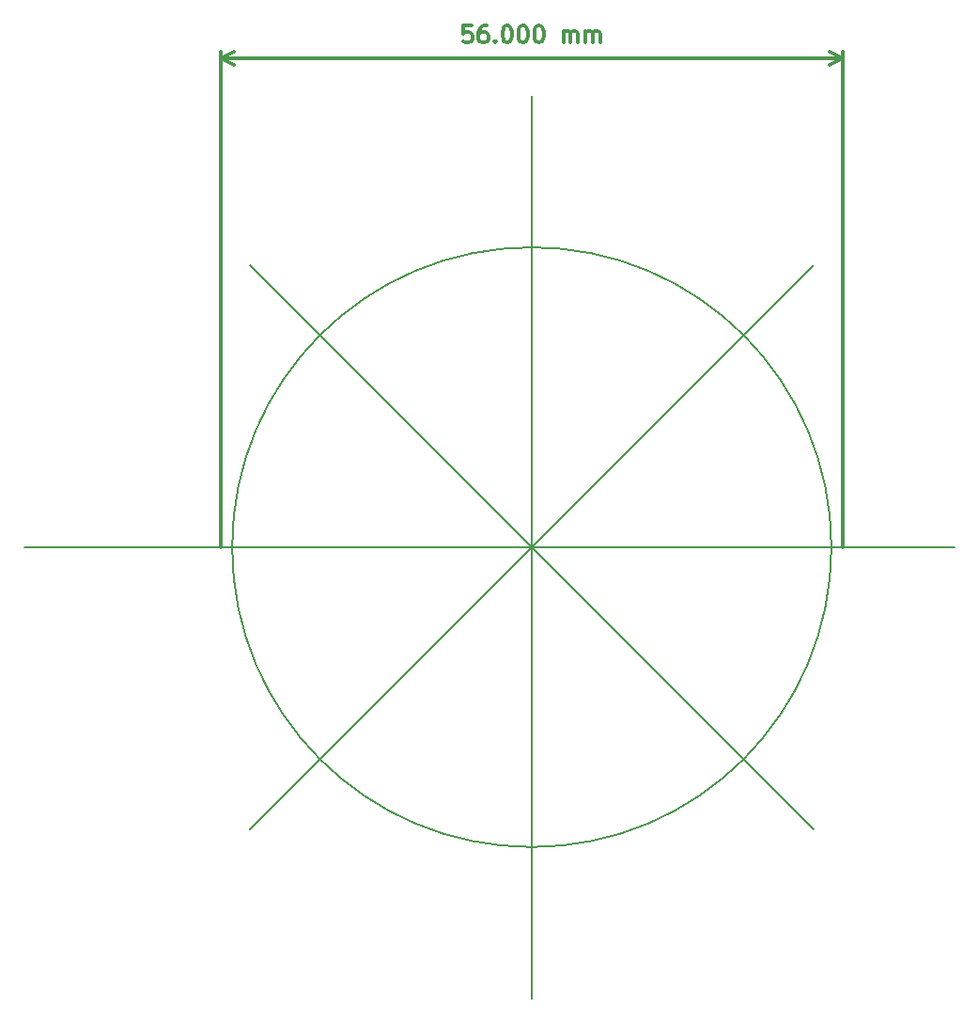
<source format=gbr>
G04 #@! TF.GenerationSoftware,KiCad,Pcbnew,5.0.2-bee76a0~70~ubuntu18.04.1*
G04 #@! TF.CreationDate,2019-07-07T19:22:12+02:00*
G04 #@! TF.ProjectId,neuromime_1.0.1,6e657572-6f6d-4696-9d65-5f312e302e31,rev?*
G04 #@! TF.SameCoordinates,Original*
G04 #@! TF.FileFunction,Drawing*
%FSLAX46Y46*%
G04 Gerber Fmt 4.6, Leading zero omitted, Abs format (unit mm)*
G04 Created by KiCad (PCBNEW 5.0.2-bee76a0~70~ubuntu18.04.1) date Sun 07 Jul 2019 07:22:12 PM CEST*
%MOMM*%
%LPD*%
G01*
G04 APERTURE LIST*
%ADD10C,0.200000*%
%ADD11C,0.300000*%
G04 APERTURE END LIST*
D10*
X150000000Y-9360000D02*
X150000000Y-90640000D01*
X104280000Y-50000000D02*
X188100000Y-50000000D01*
X177000000Y-50000000D02*
G75*
G03X177000000Y-50000000I-27000000J0D01*
G01*
D11*
X144571428Y-3061602D02*
X143857142Y-3061602D01*
X143785714Y-3775888D01*
X143857142Y-3704459D01*
X144000000Y-3633031D01*
X144357142Y-3633031D01*
X144500000Y-3704459D01*
X144571428Y-3775888D01*
X144642857Y-3918745D01*
X144642857Y-4275888D01*
X144571428Y-4418745D01*
X144500000Y-4490173D01*
X144357142Y-4561602D01*
X144000000Y-4561602D01*
X143857142Y-4490173D01*
X143785714Y-4418745D01*
X145928571Y-3061602D02*
X145642857Y-3061602D01*
X145500000Y-3133031D01*
X145428571Y-3204459D01*
X145285714Y-3418745D01*
X145214285Y-3704459D01*
X145214285Y-4275888D01*
X145285714Y-4418745D01*
X145357142Y-4490173D01*
X145500000Y-4561602D01*
X145785714Y-4561602D01*
X145928571Y-4490173D01*
X146000000Y-4418745D01*
X146071428Y-4275888D01*
X146071428Y-3918745D01*
X146000000Y-3775888D01*
X145928571Y-3704459D01*
X145785714Y-3633031D01*
X145500000Y-3633031D01*
X145357142Y-3704459D01*
X145285714Y-3775888D01*
X145214285Y-3918745D01*
X146714285Y-4418745D02*
X146785714Y-4490173D01*
X146714285Y-4561602D01*
X146642857Y-4490173D01*
X146714285Y-4418745D01*
X146714285Y-4561602D01*
X147714285Y-3061602D02*
X147857142Y-3061602D01*
X148000000Y-3133031D01*
X148071428Y-3204459D01*
X148142857Y-3347316D01*
X148214285Y-3633031D01*
X148214285Y-3990173D01*
X148142857Y-4275888D01*
X148071428Y-4418745D01*
X148000000Y-4490173D01*
X147857142Y-4561602D01*
X147714285Y-4561602D01*
X147571428Y-4490173D01*
X147500000Y-4418745D01*
X147428571Y-4275888D01*
X147357142Y-3990173D01*
X147357142Y-3633031D01*
X147428571Y-3347316D01*
X147500000Y-3204459D01*
X147571428Y-3133031D01*
X147714285Y-3061602D01*
X149142857Y-3061602D02*
X149285714Y-3061602D01*
X149428571Y-3133031D01*
X149500000Y-3204459D01*
X149571428Y-3347316D01*
X149642857Y-3633031D01*
X149642857Y-3990173D01*
X149571428Y-4275888D01*
X149500000Y-4418745D01*
X149428571Y-4490173D01*
X149285714Y-4561602D01*
X149142857Y-4561602D01*
X149000000Y-4490173D01*
X148928571Y-4418745D01*
X148857142Y-4275888D01*
X148785714Y-3990173D01*
X148785714Y-3633031D01*
X148857142Y-3347316D01*
X148928571Y-3204459D01*
X149000000Y-3133031D01*
X149142857Y-3061602D01*
X150571428Y-3061602D02*
X150714285Y-3061602D01*
X150857142Y-3133031D01*
X150928571Y-3204459D01*
X151000000Y-3347316D01*
X151071428Y-3633031D01*
X151071428Y-3990173D01*
X151000000Y-4275888D01*
X150928571Y-4418745D01*
X150857142Y-4490173D01*
X150714285Y-4561602D01*
X150571428Y-4561602D01*
X150428571Y-4490173D01*
X150357142Y-4418745D01*
X150285714Y-4275888D01*
X150214285Y-3990173D01*
X150214285Y-3633031D01*
X150285714Y-3347316D01*
X150357142Y-3204459D01*
X150428571Y-3133031D01*
X150571428Y-3061602D01*
X152857142Y-4561602D02*
X152857142Y-3561602D01*
X152857142Y-3704459D02*
X152928571Y-3633031D01*
X153071428Y-3561602D01*
X153285714Y-3561602D01*
X153428571Y-3633031D01*
X153500000Y-3775888D01*
X153500000Y-4561602D01*
X153500000Y-3775888D02*
X153571428Y-3633031D01*
X153714285Y-3561602D01*
X153928571Y-3561602D01*
X154071428Y-3633031D01*
X154142857Y-3775888D01*
X154142857Y-4561602D01*
X154857142Y-4561602D02*
X154857142Y-3561602D01*
X154857142Y-3704459D02*
X154928571Y-3633031D01*
X155071428Y-3561602D01*
X155285714Y-3561602D01*
X155428571Y-3633031D01*
X155500000Y-3775888D01*
X155500000Y-4561602D01*
X155500000Y-3775888D02*
X155571428Y-3633031D01*
X155714285Y-3561602D01*
X155928571Y-3561602D01*
X156071428Y-3633031D01*
X156142857Y-3775888D01*
X156142857Y-4561602D01*
X122000000Y-5983031D02*
X178000000Y-5983031D01*
X122000000Y-49983031D02*
X122000000Y-5396610D01*
X178000000Y-49983031D02*
X178000000Y-5396610D01*
X178000000Y-5983031D02*
X176873496Y-6569452D01*
X178000000Y-5983031D02*
X176873496Y-5396610D01*
X122000000Y-5983031D02*
X123126504Y-6569452D01*
X122000000Y-5983031D02*
X123126504Y-5396610D01*
D10*
X175400000Y-24600000D02*
X124600000Y-75400000D01*
X124600000Y-24600000D02*
X175400000Y-75400000D01*
M02*

</source>
